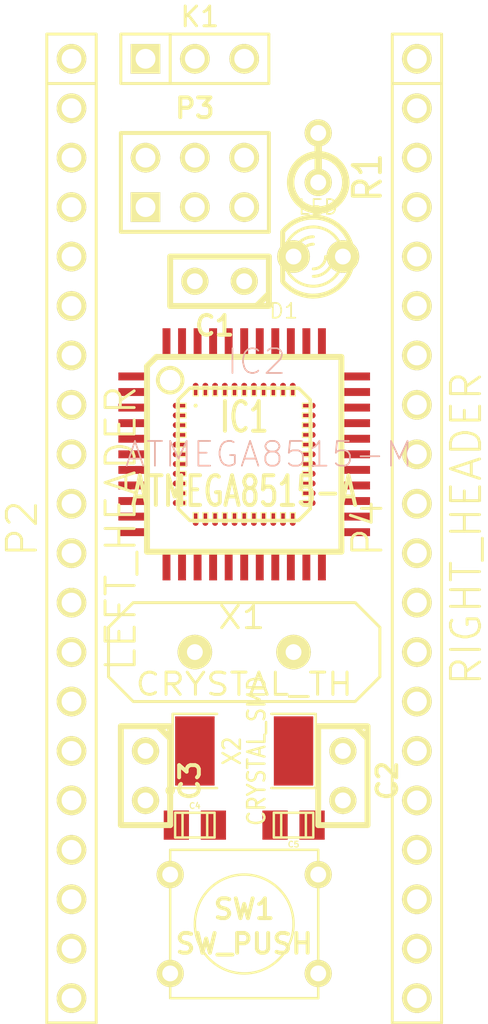
<source format=kicad_pcb>
(kicad_pcb (version 3) (host pcbnew "(2013-mar-13)-testing")

  (general
    (links 110)
    (no_connects 110)
    (area 0 0 0 0)
    (thickness 1.6)
    (drawings 0)
    (tracks 0)
    (zones 0)
    (modules 16)
    (nets 42)
  )

  (page A4)
  (layers
    (15 F.Cu signal)
    (0 B.Cu signal)
    (16 B.Adhes user)
    (17 F.Adhes user)
    (18 B.Paste user)
    (19 F.Paste user)
    (20 B.SilkS user)
    (21 F.SilkS user)
    (22 B.Mask user)
    (23 F.Mask user)
    (24 Dwgs.User user)
    (25 Cmts.User user)
    (26 Eco1.User user)
    (27 Eco2.User user)
    (28 Edge.Cuts user)
  )

  (setup
    (last_trace_width 0.254)
    (trace_clearance 0.254)
    (zone_clearance 0.508)
    (zone_45_only no)
    (trace_min 0.254)
    (segment_width 0.2)
    (edge_width 0.1)
    (via_size 0.889)
    (via_drill 0.635)
    (via_min_size 0.889)
    (via_min_drill 0.508)
    (uvia_size 0.508)
    (uvia_drill 0.127)
    (uvias_allowed no)
    (uvia_min_size 0.508)
    (uvia_min_drill 0.127)
    (pcb_text_width 0.3)
    (pcb_text_size 1.5 1.5)
    (mod_edge_width 0.15)
    (mod_text_size 1 1)
    (mod_text_width 0.15)
    (pad_size 1.524 1.524)
    (pad_drill 1.016)
    (pad_to_mask_clearance 0)
    (aux_axis_origin 0 0)
    (visible_elements FFFFFF7F)
    (pcbplotparams
      (layerselection 3178497)
      (usegerberextensions true)
      (excludeedgelayer true)
      (linewidth 0.150000)
      (plotframeref false)
      (viasonmask false)
      (mode 1)
      (useauxorigin false)
      (hpglpennumber 1)
      (hpglpenspeed 20)
      (hpglpendiameter 15)
      (hpglpenoverlay 2)
      (psnegative false)
      (psa4output false)
      (plotreference true)
      (plotvalue true)
      (plotothertext true)
      (plotinvisibletext false)
      (padsonsilk false)
      (subtractmaskfromsilk false)
      (outputformat 1)
      (mirror false)
      (drillshape 1)
      (scaleselection 1)
      (outputdirectory ""))
  )

  (net 0 "")
  (net 1 GND)
  (net 2 N-0000040)
  (net 3 PA0)
  (net 4 PA1)
  (net 5 PA2)
  (net 6 PA3)
  (net 7 PA4)
  (net 8 PA5)
  (net 9 PA6)
  (net 10 PA7)
  (net 11 PB0)
  (net 12 PB1)
  (net 13 PB2)
  (net 14 PB3)
  (net 15 PB4)
  (net 16 PB5)
  (net 17 PB6)
  (net 18 PB7)
  (net 19 PC0)
  (net 20 PC1)
  (net 21 PC2)
  (net 22 PC3)
  (net 23 PC4)
  (net 24 PC5)
  (net 25 PC6)
  (net 26 PC7)
  (net 27 PD0)
  (net 28 PD1)
  (net 29 PD2)
  (net 30 PD3)
  (net 31 PD4)
  (net 32 PD5)
  (net 33 PD6)
  (net 34 PD7)
  (net 35 PE0)
  (net 36 PE1)
  (net 37 PE2)
  (net 38 RESET)
  (net 39 VCC)
  (net 40 XTAL1)
  (net 41 XTAL2)

  (net_class Default "This is the default net class."
    (clearance 0.254)
    (trace_width 0.254)
    (via_dia 0.889)
    (via_drill 0.635)
    (uvia_dia 0.508)
    (uvia_drill 0.127)
    (add_net "")
    (add_net GND)
    (add_net N-0000040)
    (add_net PA0)
    (add_net PA1)
    (add_net PA2)
    (add_net PA3)
    (add_net PA4)
    (add_net PA5)
    (add_net PA6)
    (add_net PA7)
    (add_net PB0)
    (add_net PB1)
    (add_net PB2)
    (add_net PB3)
    (add_net PB4)
    (add_net PB5)
    (add_net PB6)
    (add_net PB7)
    (add_net PC0)
    (add_net PC1)
    (add_net PC2)
    (add_net PC3)
    (add_net PC4)
    (add_net PC5)
    (add_net PC6)
    (add_net PC7)
    (add_net PD0)
    (add_net PD1)
    (add_net PD2)
    (add_net PD3)
    (add_net PD4)
    (add_net PD5)
    (add_net PD6)
    (add_net PD7)
    (add_net PE0)
    (add_net PE1)
    (add_net PE2)
    (add_net RESET)
    (add_net VCC)
    (add_net XTAL1)
    (add_net XTAL2)
  )

  (module C1 (layer F.Cu) (tedit 3F92C496) (tstamp 54199446)
    (at 144.78 81.28 180)
    (descr "Condensateur e = 1 pas")
    (tags C)
    (path /54186C0A)
    (fp_text reference C1 (at 0.254 -2.286 180) (layer F.SilkS)
      (effects (font (size 1.016 1.016) (thickness 0.2032)))
    )
    (fp_text value C (at 0 -2.286 180) (layer F.SilkS) hide
      (effects (font (size 1.016 1.016) (thickness 0.2032)))
    )
    (fp_line (start -2.4892 -1.27) (end 2.54 -1.27) (layer F.SilkS) (width 0.3048))
    (fp_line (start 2.54 -1.27) (end 2.54 1.27) (layer F.SilkS) (width 0.3048))
    (fp_line (start 2.54 1.27) (end -2.54 1.27) (layer F.SilkS) (width 0.3048))
    (fp_line (start -2.54 1.27) (end -2.54 -1.27) (layer F.SilkS) (width 0.3048))
    (fp_line (start -2.54 -0.635) (end -1.905 -1.27) (layer F.SilkS) (width 0.3048))
    (pad 1 thru_hole circle (at -1.27 0 180) (size 1.397 1.397) (drill 0.8128)
      (layers *.Cu *.Mask F.SilkS)
      (net 39 VCC)
    )
    (pad 2 thru_hole circle (at 1.27 0 180) (size 1.397 1.397) (drill 0.8128)
      (layers *.Cu *.Mask F.SilkS)
      (net 1 GND)
    )
    (model discret/capa_1_pas.wrl
      (at (xyz 0 0 0))
      (scale (xyz 1 1 1))
      (rotate (xyz 0 0 0))
    )
  )

  (module C1 (layer F.Cu) (tedit 3F92C496) (tstamp 54199451)
    (at 151.13 106.68 270)
    (descr "Condensateur e = 1 pas")
    (tags C)
    (path /54186B4B)
    (fp_text reference C2 (at 0.254 -2.286 270) (layer F.SilkS)
      (effects (font (size 1.016 1.016) (thickness 0.2032)))
    )
    (fp_text value CX (at 0 -2.286 270) (layer F.SilkS) hide
      (effects (font (size 1.016 1.016) (thickness 0.2032)))
    )
    (fp_line (start -2.4892 -1.27) (end 2.54 -1.27) (layer F.SilkS) (width 0.3048))
    (fp_line (start 2.54 -1.27) (end 2.54 1.27) (layer F.SilkS) (width 0.3048))
    (fp_line (start 2.54 1.27) (end -2.54 1.27) (layer F.SilkS) (width 0.3048))
    (fp_line (start -2.54 1.27) (end -2.54 -1.27) (layer F.SilkS) (width 0.3048))
    (fp_line (start -2.54 -0.635) (end -1.905 -1.27) (layer F.SilkS) (width 0.3048))
    (pad 1 thru_hole circle (at -1.27 0 270) (size 1.397 1.397) (drill 0.8128)
      (layers *.Cu *.Mask F.SilkS)
      (net 41 XTAL2)
    )
    (pad 2 thru_hole circle (at 1.27 0 270) (size 1.397 1.397) (drill 0.8128)
      (layers *.Cu *.Mask F.SilkS)
      (net 1 GND)
    )
    (model discret/capa_1_pas.wrl
      (at (xyz 0 0 0))
      (scale (xyz 1 1 1))
      (rotate (xyz 0 0 0))
    )
  )

  (module C1 (layer F.Cu) (tedit 3F92C496) (tstamp 5419945C)
    (at 140.97 106.68 270)
    (descr "Condensateur e = 1 pas")
    (tags C)
    (path /54186B33)
    (fp_text reference C3 (at 0.254 -2.286 270) (layer F.SilkS)
      (effects (font (size 1.016 1.016) (thickness 0.2032)))
    )
    (fp_text value CX (at 0 -2.286 270) (layer F.SilkS) hide
      (effects (font (size 1.016 1.016) (thickness 0.2032)))
    )
    (fp_line (start -2.4892 -1.27) (end 2.54 -1.27) (layer F.SilkS) (width 0.3048))
    (fp_line (start 2.54 -1.27) (end 2.54 1.27) (layer F.SilkS) (width 0.3048))
    (fp_line (start 2.54 1.27) (end -2.54 1.27) (layer F.SilkS) (width 0.3048))
    (fp_line (start -2.54 1.27) (end -2.54 -1.27) (layer F.SilkS) (width 0.3048))
    (fp_line (start -2.54 -0.635) (end -1.905 -1.27) (layer F.SilkS) (width 0.3048))
    (pad 1 thru_hole circle (at -1.27 0 270) (size 1.397 1.397) (drill 0.8128)
      (layers *.Cu *.Mask F.SilkS)
      (net 40 XTAL1)
    )
    (pad 2 thru_hole circle (at 1.27 0 270) (size 1.397 1.397) (drill 0.8128)
      (layers *.Cu *.Mask F.SilkS)
      (net 1 GND)
    )
    (model discret/capa_1_pas.wrl
      (at (xyz 0 0 0))
      (scale (xyz 1 1 1))
      (rotate (xyz 0 0 0))
    )
  )

  (module c_0805 (layer F.Cu) (tedit 49047394) (tstamp 54199468)
    (at 143.51 109.22)
    (descr "SMT capacitor, 0805")
    (path /5418EAF3)
    (fp_text reference C4 (at 0 -0.9906) (layer F.SilkS)
      (effects (font (size 0.29972 0.29972) (thickness 0.06096)))
    )
    (fp_text value CX_SMD (at 0 0.9906) (layer F.SilkS) hide
      (effects (font (size 0.29972 0.29972) (thickness 0.06096)))
    )
    (fp_line (start 0.635 -0.635) (end 0.635 0.635) (layer F.SilkS) (width 0.127))
    (fp_line (start -0.635 -0.635) (end -0.635 0.6096) (layer F.SilkS) (width 0.127))
    (fp_line (start -1.016 -0.635) (end 1.016 -0.635) (layer F.SilkS) (width 0.127))
    (fp_line (start 1.016 -0.635) (end 1.016 0.635) (layer F.SilkS) (width 0.127))
    (fp_line (start 1.016 0.635) (end -1.016 0.635) (layer F.SilkS) (width 0.127))
    (fp_line (start -1.016 0.635) (end -1.016 -0.635) (layer F.SilkS) (width 0.127))
    (pad 1 smd rect (at 0.9525 0) (size 1.30048 1.4986)
      (layers F.Cu F.Paste F.Mask)
      (net 41 XTAL2)
    )
    (pad 2 smd rect (at -0.9525 0) (size 1.30048 1.4986)
      (layers F.Cu F.Paste F.Mask)
      (net 1 GND)
    )
    (model smd/capacitors/c_0805.wrl
      (at (xyz 0 0 0))
      (scale (xyz 1 1 1))
      (rotate (xyz 0 0 0))
    )
  )

  (module c_0805 (layer F.Cu) (tedit 49047394) (tstamp 54199474)
    (at 148.59 109.22 180)
    (descr "SMT capacitor, 0805")
    (path /5418E983)
    (fp_text reference C5 (at 0 -0.9906 180) (layer F.SilkS)
      (effects (font (size 0.29972 0.29972) (thickness 0.06096)))
    )
    (fp_text value CX_SMD (at 0 0.9906 180) (layer F.SilkS) hide
      (effects (font (size 0.29972 0.29972) (thickness 0.06096)))
    )
    (fp_line (start 0.635 -0.635) (end 0.635 0.635) (layer F.SilkS) (width 0.127))
    (fp_line (start -0.635 -0.635) (end -0.635 0.6096) (layer F.SilkS) (width 0.127))
    (fp_line (start -1.016 -0.635) (end 1.016 -0.635) (layer F.SilkS) (width 0.127))
    (fp_line (start 1.016 -0.635) (end 1.016 0.635) (layer F.SilkS) (width 0.127))
    (fp_line (start 1.016 0.635) (end -1.016 0.635) (layer F.SilkS) (width 0.127))
    (fp_line (start -1.016 0.635) (end -1.016 -0.635) (layer F.SilkS) (width 0.127))
    (pad 1 smd rect (at 0.9525 0 180) (size 1.30048 1.4986)
      (layers F.Cu F.Paste F.Mask)
      (net 40 XTAL1)
    )
    (pad 2 smd rect (at -0.9525 0 180) (size 1.30048 1.4986)
      (layers F.Cu F.Paste F.Mask)
      (net 1 GND)
    )
    (model smd/capacitors/c_0805.wrl
      (at (xyz 0 0 0))
      (scale (xyz 1 1 1))
      (rotate (xyz 0 0 0))
    )
  )

  (module LED-3MM (layer F.Cu) (tedit 50ADE848) (tstamp 5419948D)
    (at 149.86 80.01 180)
    (descr "LED 3mm - Lead pitch 100mil (2,54mm)")
    (tags "LED led 3mm 3MM 100mil 2,54mm")
    (path /5418EEE7)
    (fp_text reference D1 (at 1.778 -2.794 180) (layer F.SilkS)
      (effects (font (size 0.762 0.762) (thickness 0.0889)))
    )
    (fp_text value LED (at 0 2.54 180) (layer F.SilkS)
      (effects (font (size 0.762 0.762) (thickness 0.0889)))
    )
    (fp_line (start 1.8288 1.27) (end 1.8288 -1.27) (layer F.SilkS) (width 0.254))
    (fp_arc (start 0.254 0) (end -1.27 0) (angle 39.8) (layer F.SilkS) (width 0.1524))
    (fp_arc (start 0.254 0) (end -0.88392 1.01092) (angle 41.6) (layer F.SilkS) (width 0.1524))
    (fp_arc (start 0.254 0) (end 1.4097 -0.9906) (angle 40.6) (layer F.SilkS) (width 0.1524))
    (fp_arc (start 0.254 0) (end 1.778 0) (angle 39.8) (layer F.SilkS) (width 0.1524))
    (fp_arc (start 0.254 0) (end 0.254 -1.524) (angle 54.4) (layer F.SilkS) (width 0.1524))
    (fp_arc (start 0.254 0) (end -0.9652 -0.9144) (angle 53.1) (layer F.SilkS) (width 0.1524))
    (fp_arc (start 0.254 0) (end 1.45542 0.93472) (angle 52.1) (layer F.SilkS) (width 0.1524))
    (fp_arc (start 0.254 0) (end 0.254 1.524) (angle 52.1) (layer F.SilkS) (width 0.1524))
    (fp_arc (start 0.254 0) (end -0.381 0) (angle 90) (layer F.SilkS) (width 0.1524))
    (fp_arc (start 0.254 0) (end -0.762 0) (angle 90) (layer F.SilkS) (width 0.1524))
    (fp_arc (start 0.254 0) (end 0.889 0) (angle 90) (layer F.SilkS) (width 0.1524))
    (fp_arc (start 0.254 0) (end 1.27 0) (angle 90) (layer F.SilkS) (width 0.1524))
    (fp_arc (start 0.254 0) (end 0.254 -2.032) (angle 50.1) (layer F.SilkS) (width 0.254))
    (fp_arc (start 0.254 0) (end -1.5367 -0.95504) (angle 61.9) (layer F.SilkS) (width 0.254))
    (fp_arc (start 0.254 0) (end 1.8034 1.31064) (angle 49.7) (layer F.SilkS) (width 0.254))
    (fp_arc (start 0.254 0) (end 0.254 2.032) (angle 60.2) (layer F.SilkS) (width 0.254))
    (fp_arc (start 0.254 0) (end -1.778 0) (angle 28.3) (layer F.SilkS) (width 0.254))
    (fp_arc (start 0.254 0) (end -1.47574 1.06426) (angle 31.6) (layer F.SilkS) (width 0.254))
    (pad 1 thru_hole circle (at -1.27 0 180) (size 1.6764 1.6764) (drill 0.8128)
      (layers *.Cu *.Mask F.SilkS)
      (net 36 PE1)
    )
    (pad 2 thru_hole circle (at 1.27 0 180) (size 1.6764 1.6764) (drill 0.8128)
      (layers *.Cu *.Mask F.SilkS)
      (net 2 N-0000040)
    )
    (model discret/leds/led3_vertical_verde.wrl
      (at (xyz 0 0 0))
      (scale (xyz 1 1 1))
      (rotate (xyz 0 0 0))
    )
  )

  (module TQFP44 (layer F.Cu) (tedit 200000) (tstamp 541994C3)
    (at 146.05 90.17)
    (path /54187500)
    (attr smd)
    (fp_text reference IC1 (at 0 -1.905) (layer F.SilkS)
      (effects (font (size 1.524 1.016) (thickness 0.2032)))
    )
    (fp_text value ATMEGA8515-A (at 0 1.905) (layer F.SilkS)
      (effects (font (size 1.524 1.016) (thickness 0.2032)))
    )
    (fp_line (start 5.0038 -5.0038) (end 5.0038 5.0038) (layer F.SilkS) (width 0.3048))
    (fp_line (start 5.0038 5.0038) (end -5.0038 5.0038) (layer F.SilkS) (width 0.3048))
    (fp_line (start -5.0038 -4.5212) (end -5.0038 5.0038) (layer F.SilkS) (width 0.3048))
    (fp_line (start -4.5212 -5.0038) (end 5.0038 -5.0038) (layer F.SilkS) (width 0.3048))
    (fp_line (start -5.0038 -4.5212) (end -4.5212 -5.0038) (layer F.SilkS) (width 0.3048))
    (fp_circle (center -3.81 -3.81) (end -3.81 -3.175) (layer F.SilkS) (width 0.2032))
    (pad 39 smd rect (at 0 -5.715) (size 0.4064 1.524)
      (layers F.Cu F.Paste F.Mask)
    )
    (pad 40 smd rect (at -0.8001 -5.715) (size 0.4064 1.524)
      (layers F.Cu F.Paste F.Mask)
      (net 11 PB0)
    )
    (pad 41 smd rect (at -1.6002 -5.715) (size 0.4064 1.524)
      (layers F.Cu F.Paste F.Mask)
      (net 12 PB1)
    )
    (pad 42 smd rect (at -2.4003 -5.715) (size 0.4064 1.524)
      (layers F.Cu F.Paste F.Mask)
      (net 13 PB2)
    )
    (pad 43 smd rect (at -3.2004 -5.715) (size 0.4064 1.524)
      (layers F.Cu F.Paste F.Mask)
      (net 14 PB3)
    )
    (pad 44 smd rect (at -4.0005 -5.715) (size 0.4064 1.524)
      (layers F.Cu F.Paste F.Mask)
      (net 15 PB4)
    )
    (pad 38 smd rect (at 0.8001 -5.715) (size 0.4064 1.524)
      (layers F.Cu F.Paste F.Mask)
      (net 39 VCC)
    )
    (pad 37 smd rect (at 1.6002 -5.715) (size 0.4064 1.524)
      (layers F.Cu F.Paste F.Mask)
      (net 3 PA0)
    )
    (pad 36 smd rect (at 2.4003 -5.715) (size 0.4064 1.524)
      (layers F.Cu F.Paste F.Mask)
      (net 4 PA1)
    )
    (pad 35 smd rect (at 3.2004 -5.715) (size 0.4064 1.524)
      (layers F.Cu F.Paste F.Mask)
      (net 5 PA2)
    )
    (pad 34 smd rect (at 4.0005 -5.715) (size 0.4064 1.524)
      (layers F.Cu F.Paste F.Mask)
      (net 6 PA3)
    )
    (pad 17 smd rect (at 0 5.715) (size 0.4064 1.524)
      (layers F.Cu F.Paste F.Mask)
    )
    (pad 16 smd rect (at -0.8001 5.715) (size 0.4064 1.524)
      (layers F.Cu F.Paste F.Mask)
      (net 1 GND)
    )
    (pad 15 smd rect (at -1.6002 5.715) (size 0.4064 1.524)
      (layers F.Cu F.Paste F.Mask)
      (net 40 XTAL1)
    )
    (pad 14 smd rect (at -2.4003 5.715) (size 0.4064 1.524)
      (layers F.Cu F.Paste F.Mask)
      (net 41 XTAL2)
    )
    (pad 13 smd rect (at -3.2004 5.715) (size 0.4064 1.524)
      (layers F.Cu F.Paste F.Mask)
      (net 34 PD7)
    )
    (pad 12 smd rect (at -4.0005 5.715) (size 0.4064 1.524)
      (layers F.Cu F.Paste F.Mask)
      (net 33 PD6)
    )
    (pad 18 smd rect (at 0.8001 5.715) (size 0.4064 1.524)
      (layers F.Cu F.Paste F.Mask)
      (net 19 PC0)
    )
    (pad 19 smd rect (at 1.6002 5.715) (size 0.4064 1.524)
      (layers F.Cu F.Paste F.Mask)
      (net 20 PC1)
    )
    (pad 20 smd rect (at 2.4003 5.715) (size 0.4064 1.524)
      (layers F.Cu F.Paste F.Mask)
      (net 21 PC2)
    )
    (pad 21 smd rect (at 3.2004 5.715) (size 0.4064 1.524)
      (layers F.Cu F.Paste F.Mask)
      (net 22 PC3)
    )
    (pad 22 smd rect (at 4.0005 5.715) (size 0.4064 1.524)
      (layers F.Cu F.Paste F.Mask)
      (net 23 PC4)
    )
    (pad 6 smd rect (at -5.715 0) (size 1.524 0.4064)
      (layers F.Cu F.Paste F.Mask)
    )
    (pad 28 smd rect (at 5.715 0) (size 1.524 0.4064)
      (layers F.Cu F.Paste F.Mask)
    )
    (pad 7 smd rect (at -5.715 0.8001) (size 1.524 0.4064)
      (layers F.Cu F.Paste F.Mask)
      (net 28 PD1)
    )
    (pad 27 smd rect (at 5.715 0.8001) (size 1.524 0.4064)
      (layers F.Cu F.Paste F.Mask)
      (net 36 PE1)
    )
    (pad 26 smd rect (at 5.715 1.6002) (size 1.524 0.4064)
      (layers F.Cu F.Paste F.Mask)
      (net 37 PE2)
    )
    (pad 8 smd rect (at -5.715 1.6002) (size 1.524 0.4064)
      (layers F.Cu F.Paste F.Mask)
      (net 29 PD2)
    )
    (pad 9 smd rect (at -5.715 2.4003) (size 1.524 0.4064)
      (layers F.Cu F.Paste F.Mask)
      (net 30 PD3)
    )
    (pad 25 smd rect (at 5.715 2.4003) (size 1.524 0.4064)
      (layers F.Cu F.Paste F.Mask)
      (net 26 PC7)
    )
    (pad 24 smd rect (at 5.715 3.2004) (size 1.524 0.4064)
      (layers F.Cu F.Paste F.Mask)
      (net 25 PC6)
    )
    (pad 10 smd rect (at -5.715 3.2004) (size 1.524 0.4064)
      (layers F.Cu F.Paste F.Mask)
      (net 31 PD4)
    )
    (pad 11 smd rect (at -5.715 4.0005) (size 1.524 0.4064)
      (layers F.Cu F.Paste F.Mask)
      (net 32 PD5)
    )
    (pad 23 smd rect (at 5.715 4.0005) (size 1.524 0.4064)
      (layers F.Cu F.Paste F.Mask)
      (net 24 PC5)
    )
    (pad 29 smd rect (at 5.715 -0.8001) (size 1.524 0.4064)
      (layers F.Cu F.Paste F.Mask)
      (net 35 PE0)
    )
    (pad 5 smd rect (at -5.715 -0.8001) (size 1.524 0.4064)
      (layers F.Cu F.Paste F.Mask)
      (net 27 PD0)
    )
    (pad 4 smd rect (at -5.715 -1.6002) (size 1.524 0.4064)
      (layers F.Cu F.Paste F.Mask)
      (net 38 RESET)
    )
    (pad 30 smd rect (at 5.715 -1.6002) (size 1.524 0.4064)
      (layers F.Cu F.Paste F.Mask)
      (net 10 PA7)
    )
    (pad 31 smd rect (at 5.715 -2.4003) (size 1.524 0.4064)
      (layers F.Cu F.Paste F.Mask)
      (net 9 PA6)
    )
    (pad 3 smd rect (at -5.715 -2.4003) (size 1.524 0.4064)
      (layers F.Cu F.Paste F.Mask)
      (net 18 PB7)
    )
    (pad 2 smd rect (at -5.715 -3.2004) (size 1.524 0.4064)
      (layers F.Cu F.Paste F.Mask)
      (net 17 PB6)
    )
    (pad 32 smd rect (at 5.715 -3.2004) (size 1.524 0.4064)
      (layers F.Cu F.Paste F.Mask)
      (net 8 PA5)
    )
    (pad 33 smd rect (at 5.715 -4.0005) (size 1.524 0.4064)
      (layers F.Cu F.Paste F.Mask)
      (net 7 PA4)
    )
    (pad 1 smd rect (at -5.715 -4.0005) (size 1.524 0.4064)
      (layers F.Cu F.Paste F.Mask)
      (net 16 PB5)
    )
  )

  (module PIN_ARRAY_3X1 (layer F.Cu) (tedit 4C1130E0) (tstamp 541994CF)
    (at 143.51 69.85)
    (descr "Connecteur 3 pins")
    (tags "CONN DEV")
    (path /5418FA1D)
    (fp_text reference K1 (at 0.254 -2.159) (layer F.SilkS)
      (effects (font (size 1.016 1.016) (thickness 0.1524)))
    )
    (fp_text value SERIAL (at 0 -2.159) (layer F.SilkS) hide
      (effects (font (size 1.016 1.016) (thickness 0.1524)))
    )
    (fp_line (start -3.81 1.27) (end -3.81 -1.27) (layer F.SilkS) (width 0.1524))
    (fp_line (start -3.81 -1.27) (end 3.81 -1.27) (layer F.SilkS) (width 0.1524))
    (fp_line (start 3.81 -1.27) (end 3.81 1.27) (layer F.SilkS) (width 0.1524))
    (fp_line (start 3.81 1.27) (end -3.81 1.27) (layer F.SilkS) (width 0.1524))
    (fp_line (start -1.27 -1.27) (end -1.27 1.27) (layer F.SilkS) (width 0.1524))
    (pad 1 thru_hole rect (at -2.54 0) (size 1.524 1.524) (drill 1.016)
      (layers *.Cu *.Mask F.SilkS)
      (net 28 PD1)
    )
    (pad 2 thru_hole circle (at 0 0) (size 1.524 1.524) (drill 1.016)
      (layers *.Cu *.Mask F.SilkS)
      (net 27 PD0)
    )
    (pad 3 thru_hole circle (at 2.54 0) (size 1.524 1.524) (drill 1.016)
      (layers *.Cu *.Mask F.SilkS)
      (net 1 GND)
    )
    (model pin_array/pins_array_3x1.wrl
      (at (xyz 0 0 0))
      (scale (xyz 1 1 1))
      (rotate (xyz 0 0 0))
    )
  )

  (module pinarray_20x1 (layer F.Cu) (tedit 541903EC) (tstamp 541994FB)
    (at 137.16 93.98 270)
    (path /54186E9A)
    (fp_text reference P2 (at 0 2.54 270) (layer F.SilkS)
      (effects (font (size 1.5 1.5) (thickness 0.15)))
    )
    (fp_text value LEFT_HEADER (at 0 -2.54 270) (layer F.SilkS)
      (effects (font (size 1.5 1.5) (thickness 0.15)))
    )
    (fp_line (start -22.86 -1.27) (end -22.86 1.27) (layer F.SilkS) (width 0.15))
    (fp_line (start -25.4 -1.27) (end 25.4 -1.27) (layer F.SilkS) (width 0.15))
    (fp_line (start 25.4 -1.27) (end 25.4 1.27) (layer F.SilkS) (width 0.15))
    (fp_line (start 25.4 1.27) (end -25.4 1.27) (layer F.SilkS) (width 0.15))
    (fp_line (start -25.4 1.27) (end -25.4 -1.27) (layer F.SilkS) (width 0.15))
    (pad 1 thru_hole circle (at -24.13 0 270) (size 1.524 1.524) (drill 1.016)
      (layers *.Cu *.Mask F.SilkS)
      (net 11 PB0)
    )
    (pad 2 thru_hole circle (at -21.59 0 270) (size 1.524 1.524) (drill 1.016)
      (layers *.Cu *.Mask F.SilkS)
      (net 12 PB1)
    )
    (pad 3 thru_hole circle (at -19.05 0 270) (size 1.524 1.524) (drill 1.016)
      (layers *.Cu *.Mask F.SilkS)
      (net 13 PB2)
    )
    (pad 4 thru_hole circle (at -16.51 0 270) (size 1.524 1.524) (drill 1.016)
      (layers *.Cu *.Mask F.SilkS)
      (net 14 PB3)
    )
    (pad 5 thru_hole circle (at -13.97 0 270) (size 1.524 1.524) (drill 1.016)
      (layers *.Cu *.Mask F.SilkS)
      (net 15 PB4)
    )
    (pad 6 thru_hole circle (at -11.43 0 270) (size 1.524 1.524) (drill 1.016)
      (layers *.Cu *.Mask F.SilkS)
      (net 16 PB5)
    )
    (pad 7 thru_hole circle (at -8.89 0 270) (size 1.524 1.524) (drill 1.016)
      (layers *.Cu *.Mask F.SilkS)
      (net 17 PB6)
    )
    (pad 8 thru_hole circle (at -6.35 0 270) (size 1.524 1.524) (drill 1.016)
      (layers *.Cu *.Mask F.SilkS)
      (net 18 PB7)
    )
    (pad 9 thru_hole circle (at -3.81 0 270) (size 1.524 1.524) (drill 1.016)
      (layers *.Cu *.Mask F.SilkS)
      (net 38 RESET)
    )
    (pad 10 thru_hole circle (at -1.27 0 270) (size 1.524 1.524) (drill 1.016)
      (layers *.Cu *.Mask F.SilkS)
      (net 27 PD0)
    )
    (pad 11 thru_hole circle (at 1.27 0 270) (size 1.524 1.524) (drill 1.016)
      (layers *.Cu *.Mask F.SilkS)
      (net 28 PD1)
    )
    (pad 12 thru_hole circle (at 3.81 0 270) (size 1.524 1.524) (drill 1.016)
      (layers *.Cu *.Mask F.SilkS)
      (net 29 PD2)
    )
    (pad 13 thru_hole circle (at 6.35 0 270) (size 1.524 1.524) (drill 1.016)
      (layers *.Cu *.Mask F.SilkS)
      (net 30 PD3)
    )
    (pad 14 thru_hole circle (at 8.89 0 270) (size 1.524 1.524) (drill 1.016)
      (layers *.Cu *.Mask F.SilkS)
      (net 31 PD4)
    )
    (pad 15 thru_hole circle (at 11.43 0 270) (size 1.524 1.524) (drill 1.016)
      (layers *.Cu *.Mask F.SilkS)
      (net 32 PD5)
    )
    (pad 16 thru_hole circle (at 13.97 0 270) (size 1.524 1.524) (drill 1.016)
      (layers *.Cu *.Mask F.SilkS)
      (net 33 PD6)
    )
    (pad 17 thru_hole circle (at 16.51 0 270) (size 1.524 1.524) (drill 1.016)
      (layers *.Cu *.Mask F.SilkS)
      (net 34 PD7)
    )
    (pad 18 thru_hole circle (at 19.05 0 270) (size 1.524 1.524) (drill 1.016)
      (layers *.Cu *.Mask F.SilkS)
      (net 41 XTAL2)
    )
    (pad 19 thru_hole circle (at 21.59 0 270) (size 1.524 1.524) (drill 1.016)
      (layers *.Cu *.Mask F.SilkS)
      (net 40 XTAL1)
    )
    (pad 20 thru_hole circle (at 24.13 0 270) (size 1.524 1.524) (drill 1.016)
      (layers *.Cu *.Mask F.SilkS)
      (net 1 GND)
    )
  )

  (module pin_array_3x2 (layer F.Cu) (tedit 42931587) (tstamp 54199509)
    (at 143.51 76.2)
    (descr "Double rangee de contacts 2 x 4 pins")
    (tags CONN)
    (path /5418C01F)
    (fp_text reference P3 (at 0 -3.81) (layer F.SilkS)
      (effects (font (size 1.016 1.016) (thickness 0.2032)))
    )
    (fp_text value CONN_3X2 (at 0 3.81) (layer F.SilkS) hide
      (effects (font (size 1.016 1.016) (thickness 0.2032)))
    )
    (fp_line (start 3.81 2.54) (end -3.81 2.54) (layer F.SilkS) (width 0.2032))
    (fp_line (start -3.81 -2.54) (end 3.81 -2.54) (layer F.SilkS) (width 0.2032))
    (fp_line (start 3.81 -2.54) (end 3.81 2.54) (layer F.SilkS) (width 0.2032))
    (fp_line (start -3.81 2.54) (end -3.81 -2.54) (layer F.SilkS) (width 0.2032))
    (pad 1 thru_hole rect (at -2.54 1.27) (size 1.524 1.524) (drill 1.016)
      (layers *.Cu *.Mask F.SilkS)
      (net 17 PB6)
    )
    (pad 2 thru_hole circle (at -2.54 -1.27) (size 1.524 1.524) (drill 1.016)
      (layers *.Cu *.Mask F.SilkS)
      (net 39 VCC)
    )
    (pad 3 thru_hole circle (at 0 1.27) (size 1.524 1.524) (drill 1.016)
      (layers *.Cu *.Mask F.SilkS)
      (net 18 PB7)
    )
    (pad 4 thru_hole circle (at 0 -1.27) (size 1.524 1.524) (drill 1.016)
      (layers *.Cu *.Mask F.SilkS)
      (net 16 PB5)
    )
    (pad 5 thru_hole circle (at 2.54 1.27) (size 1.524 1.524) (drill 1.016)
      (layers *.Cu *.Mask F.SilkS)
      (net 38 RESET)
    )
    (pad 6 thru_hole circle (at 2.54 -1.27) (size 1.524 1.524) (drill 1.016)
      (layers *.Cu *.Mask F.SilkS)
      (net 1 GND)
    )
    (model pin_array/pins_array_3x2.wrl
      (at (xyz 0 0 0))
      (scale (xyz 1 1 1))
      (rotate (xyz 0 0 0))
    )
  )

  (module pinarray_20x1 (layer F.Cu) (tedit 541903EC) (tstamp 54199526)
    (at 154.94 93.98 270)
    (path /54186E86)
    (fp_text reference P4 (at 0 2.54 270) (layer F.SilkS)
      (effects (font (size 1.5 1.5) (thickness 0.15)))
    )
    (fp_text value RIGHT_HEADER (at 0 -2.54 270) (layer F.SilkS)
      (effects (font (size 1.5 1.5) (thickness 0.15)))
    )
    (fp_line (start -22.86 -1.27) (end -22.86 1.27) (layer F.SilkS) (width 0.15))
    (fp_line (start -25.4 -1.27) (end 25.4 -1.27) (layer F.SilkS) (width 0.15))
    (fp_line (start 25.4 -1.27) (end 25.4 1.27) (layer F.SilkS) (width 0.15))
    (fp_line (start 25.4 1.27) (end -25.4 1.27) (layer F.SilkS) (width 0.15))
    (fp_line (start -25.4 1.27) (end -25.4 -1.27) (layer F.SilkS) (width 0.15))
    (pad 1 thru_hole circle (at -24.13 0 270) (size 1.524 1.524) (drill 1.016)
      (layers *.Cu *.Mask F.SilkS)
      (net 39 VCC)
    )
    (pad 2 thru_hole circle (at -21.59 0 270) (size 1.524 1.524) (drill 1.016)
      (layers *.Cu *.Mask F.SilkS)
      (net 3 PA0)
    )
    (pad 3 thru_hole circle (at -19.05 0 270) (size 1.524 1.524) (drill 1.016)
      (layers *.Cu *.Mask F.SilkS)
      (net 4 PA1)
    )
    (pad 4 thru_hole circle (at -16.51 0 270) (size 1.524 1.524) (drill 1.016)
      (layers *.Cu *.Mask F.SilkS)
      (net 5 PA2)
    )
    (pad 5 thru_hole circle (at -13.97 0 270) (size 1.524 1.524) (drill 1.016)
      (layers *.Cu *.Mask F.SilkS)
      (net 6 PA3)
    )
    (pad 6 thru_hole circle (at -11.43 0 270) (size 1.524 1.524) (drill 1.016)
      (layers *.Cu *.Mask F.SilkS)
      (net 7 PA4)
    )
    (pad 7 thru_hole circle (at -8.89 0 270) (size 1.524 1.524) (drill 1.016)
      (layers *.Cu *.Mask F.SilkS)
      (net 8 PA5)
    )
    (pad 8 thru_hole circle (at -6.35 0 270) (size 1.524 1.524) (drill 1.016)
      (layers *.Cu *.Mask F.SilkS)
      (net 9 PA6)
    )
    (pad 9 thru_hole circle (at -3.81 0 270) (size 1.524 1.524) (drill 1.016)
      (layers *.Cu *.Mask F.SilkS)
      (net 10 PA7)
    )
    (pad 10 thru_hole circle (at -1.27 0 270) (size 1.524 1.524) (drill 1.016)
      (layers *.Cu *.Mask F.SilkS)
      (net 35 PE0)
    )
    (pad 11 thru_hole circle (at 1.27 0 270) (size 1.524 1.524) (drill 1.016)
      (layers *.Cu *.Mask F.SilkS)
      (net 36 PE1)
    )
    (pad 12 thru_hole circle (at 3.81 0 270) (size 1.524 1.524) (drill 1.016)
      (layers *.Cu *.Mask F.SilkS)
      (net 37 PE2)
    )
    (pad 13 thru_hole circle (at 6.35 0 270) (size 1.524 1.524) (drill 1.016)
      (layers *.Cu *.Mask F.SilkS)
      (net 26 PC7)
    )
    (pad 14 thru_hole circle (at 8.89 0 270) (size 1.524 1.524) (drill 1.016)
      (layers *.Cu *.Mask F.SilkS)
      (net 25 PC6)
    )
    (pad 15 thru_hole circle (at 11.43 0 270) (size 1.524 1.524) (drill 1.016)
      (layers *.Cu *.Mask F.SilkS)
      (net 24 PC5)
    )
    (pad 16 thru_hole circle (at 13.97 0 270) (size 1.524 1.524) (drill 1.016)
      (layers *.Cu *.Mask F.SilkS)
      (net 23 PC4)
    )
    (pad 17 thru_hole circle (at 16.51 0 270) (size 1.524 1.524) (drill 1.016)
      (layers *.Cu *.Mask F.SilkS)
      (net 22 PC3)
    )
    (pad 18 thru_hole circle (at 19.05 0 270) (size 1.524 1.524) (drill 1.016)
      (layers *.Cu *.Mask F.SilkS)
      (net 21 PC2)
    )
    (pad 19 thru_hole circle (at 21.59 0 270) (size 1.524 1.524) (drill 1.016)
      (layers *.Cu *.Mask F.SilkS)
      (net 20 PC1)
    )
    (pad 20 thru_hole circle (at 24.13 0 270) (size 1.524 1.524) (drill 1.016)
      (layers *.Cu *.Mask F.SilkS)
      (net 19 PC0)
    )
  )

  (module R1 (layer F.Cu) (tedit 200000) (tstamp 5419952E)
    (at 149.86 74.93 90)
    (descr "Resistance verticale")
    (tags R)
    (path /5418EEF6)
    (autoplace_cost90 10)
    (autoplace_cost180 10)
    (fp_text reference R1 (at -1.016 2.54 90) (layer F.SilkS)
      (effects (font (size 1.397 1.27) (thickness 0.2032)))
    )
    (fp_text value R (at -1.143 2.54 90) (layer F.SilkS) hide
      (effects (font (size 1.397 1.27) (thickness 0.2032)))
    )
    (fp_line (start -1.27 0) (end 1.27 0) (layer F.SilkS) (width 0.381))
    (fp_circle (center -1.27 0) (end -0.635 1.27) (layer F.SilkS) (width 0.381))
    (pad 1 thru_hole circle (at -1.27 0 90) (size 1.397 1.397) (drill 0.8128)
      (layers *.Cu *.Mask F.SilkS)
      (net 2 N-0000040)
    )
    (pad 2 thru_hole circle (at 1.27 0 90) (size 1.397 1.397) (drill 0.8128)
      (layers *.Cu *.Mask F.SilkS)
      (net 1 GND)
    )
    (model discret/verti_resistor.wrl
      (at (xyz 0 0 0))
      (scale (xyz 1 1 1))
      (rotate (xyz 0 0 0))
    )
  )

  (module SW_PUSH_SMALL (layer F.Cu) (tedit 46544DB3) (tstamp 5419953B)
    (at 146.05 114.3)
    (path /54186D3B)
    (fp_text reference SW1 (at 0 -0.762) (layer F.SilkS)
      (effects (font (size 1.016 1.016) (thickness 0.2032)))
    )
    (fp_text value SW_PUSH (at 0 1.016) (layer F.SilkS)
      (effects (font (size 1.016 1.016) (thickness 0.2032)))
    )
    (fp_circle (center 0 0) (end 0 -2.54) (layer F.SilkS) (width 0.127))
    (fp_line (start -3.81 -3.81) (end 3.81 -3.81) (layer F.SilkS) (width 0.127))
    (fp_line (start 3.81 -3.81) (end 3.81 3.81) (layer F.SilkS) (width 0.127))
    (fp_line (start 3.81 3.81) (end -3.81 3.81) (layer F.SilkS) (width 0.127))
    (fp_line (start -3.81 -3.81) (end -3.81 3.81) (layer F.SilkS) (width 0.127))
    (pad 1 thru_hole circle (at 3.81 -2.54) (size 1.397 1.397) (drill 0.8128)
      (layers *.Cu *.Mask F.SilkS)
      (net 1 GND)
    )
    (pad 2 thru_hole circle (at 3.81 2.54) (size 1.397 1.397) (drill 0.8128)
      (layers *.Cu *.Mask F.SilkS)
      (net 38 RESET)
    )
    (pad 1 thru_hole circle (at -3.81 -2.54) (size 1.397 1.397) (drill 0.8128)
      (layers *.Cu *.Mask F.SilkS)
      (net 1 GND)
    )
    (pad 2 thru_hole circle (at -3.81 2.54) (size 1.397 1.397) (drill 0.8128)
      (layers *.Cu *.Mask F.SilkS)
      (net 38 RESET)
    )
  )

  (module HC-18UV (layer F.Cu) (tedit 42899E71) (tstamp 54199549)
    (at 146.05 100.33)
    (descr "Quartz boitier HC-18U vertical")
    (tags "QUARTZ DEV")
    (path /54186AE5)
    (autoplace_cost180 10)
    (fp_text reference X1 (at -0.127 -1.778) (layer F.SilkS)
      (effects (font (size 1.143 1.27) (thickness 0.1524)))
    )
    (fp_text value CRYSTAL_TH (at 0 1.651) (layer F.SilkS)
      (effects (font (size 1.143 1.27) (thickness 0.1524)))
    )
    (fp_line (start -6.985 -1.27) (end -5.715 -2.54) (layer F.SilkS) (width 0.1524))
    (fp_line (start 5.715 -2.54) (end 6.985 -1.27) (layer F.SilkS) (width 0.1524))
    (fp_line (start 6.985 1.27) (end 5.715 2.54) (layer F.SilkS) (width 0.1524))
    (fp_line (start -6.985 1.27) (end -5.715 2.54) (layer F.SilkS) (width 0.1524))
    (fp_line (start -5.715 -2.54) (end 5.715 -2.54) (layer F.SilkS) (width 0.1524))
    (fp_line (start -6.985 -1.27) (end -6.985 1.27) (layer F.SilkS) (width 0.1524))
    (fp_line (start -5.715 2.54) (end 5.715 2.54) (layer F.SilkS) (width 0.1524))
    (fp_line (start 6.985 1.27) (end 6.985 -1.27) (layer F.SilkS) (width 0.1524))
    (pad 1 thru_hole circle (at -2.54 0) (size 1.778 1.778) (drill 0.8128)
      (layers *.Cu *.Mask F.SilkS)
      (net 41 XTAL2)
    )
    (pad 2 thru_hole circle (at 2.54 0) (size 1.778 1.778) (drill 0.8128)
      (layers *.Cu *.Mask F.SilkS)
      (net 40 XTAL1)
    )
    (model discret/crystal_hc18u_vertical.wrl
      (at (xyz 0 0 0))
      (scale (xyz 1 1 1))
      (rotate (xyz 0 0 0))
    )
    (model discret/xtal/crystal_hc18u_vertical.wrl
      (at (xyz 0 0 0))
      (scale (xyz 1 1 1))
      (rotate (xyz 0 0 0))
    )
  )

  (module SM1812L (layer F.Cu) (tedit 3D638E8B) (tstamp 54199556)
    (at 146.05 105.41)
    (tags "CMS SM")
    (path /5418E675)
    (attr smd)
    (fp_text reference X2 (at -0.62992 0 90) (layer F.SilkS)
      (effects (font (size 0.889 0.762) (thickness 0.127)))
    )
    (fp_text value CRYSTAL_SMD (at 0.635 0 90) (layer F.SilkS)
      (effects (font (size 0.889 0.762) (thickness 0.127)))
    )
    (fp_circle (center -3.81 2.032) (end -3.683 1.905) (layer F.SilkS) (width 0.127))
    (fp_line (start 1.397 1.905) (end 3.683 1.905) (layer F.SilkS) (width 0.127))
    (fp_line (start 3.683 1.905) (end 3.683 -1.905) (layer F.SilkS) (width 0.127))
    (fp_line (start 3.683 -1.905) (end 1.397 -1.905) (layer F.SilkS) (width 0.127))
    (fp_line (start -1.397 -1.905) (end -3.683 -1.905) (layer F.SilkS) (width 0.127))
    (fp_line (start -3.683 -1.905) (end -3.683 1.905) (layer F.SilkS) (width 0.127))
    (fp_line (start -3.683 1.905) (end -1.397 1.905) (layer F.SilkS) (width 0.127))
    (pad 1 smd rect (at -2.54 0) (size 2.032 3.556)
      (layers F.Cu F.Paste F.Mask)
      (net 41 XTAL2)
    )
    (pad 2 smd rect (at 2.54 0) (size 2.032 3.556)
      (layers F.Cu F.Paste F.Mask)
      (net 40 XTAL1)
    )
    (model smd/chip_cms.wrl
      (at (xyz 0 0 0))
      (scale (xyz 0.27 0.3 0.3))
      (rotate (xyz 0 0 0))
    )
  )

  (module atmel-MLF44 (layer F.Cu) (tedit 200000) (tstamp 5419F7C5)
    (at 146.05 90.17)
    (descr "44M1 MICRO LEAD FRAME PACKAGE (MLF)")
    (tags "44M1 MICRO LEAD FRAME PACKAGE (MLF)")
    (path /5418A671)
    (attr smd)
    (fp_text reference IC2 (at 0.635 -4.7625) (layer B.SilkS)
      (effects (font (size 1.27 1.27) (thickness 0.0889)))
    )
    (fp_text value ATMEGA8515-M (at 1.27 0) (layer B.SilkS)
      (effects (font (size 1.27 1.27) (thickness 0.0889)))
    )
    (fp_line (start -3.49758 -2.3749) (end -2.99974 -2.3749) (layer F.SilkS) (width 0.06604))
    (fp_line (start -2.99974 -2.3749) (end -2.99974 -2.62382) (layer F.SilkS) (width 0.06604))
    (fp_line (start -3.49758 -2.62382) (end -2.99974 -2.62382) (layer F.SilkS) (width 0.06604))
    (fp_line (start -3.49758 -2.3749) (end -3.49758 -2.62382) (layer F.SilkS) (width 0.06604))
    (fp_line (start -3.49758 -1.87452) (end -2.99974 -1.87452) (layer F.SilkS) (width 0.06604))
    (fp_line (start -2.99974 -1.87452) (end -2.99974 -2.12344) (layer F.SilkS) (width 0.06604))
    (fp_line (start -3.49758 -2.12344) (end -2.99974 -2.12344) (layer F.SilkS) (width 0.06604))
    (fp_line (start -3.49758 -1.87452) (end -3.49758 -2.12344) (layer F.SilkS) (width 0.06604))
    (fp_line (start -3.49758 -1.37414) (end -2.99974 -1.37414) (layer F.SilkS) (width 0.06604))
    (fp_line (start -2.99974 -1.37414) (end -2.99974 -1.62306) (layer F.SilkS) (width 0.06604))
    (fp_line (start -3.49758 -1.62306) (end -2.99974 -1.62306) (layer F.SilkS) (width 0.06604))
    (fp_line (start -3.49758 -1.37414) (end -3.49758 -1.62306) (layer F.SilkS) (width 0.06604))
    (fp_line (start -3.49758 -0.87376) (end -2.99974 -0.87376) (layer F.SilkS) (width 0.06604))
    (fp_line (start -2.99974 -0.87376) (end -2.99974 -1.12268) (layer F.SilkS) (width 0.06604))
    (fp_line (start -3.49758 -1.12268) (end -2.99974 -1.12268) (layer F.SilkS) (width 0.06604))
    (fp_line (start -3.49758 -0.87376) (end -3.49758 -1.12268) (layer F.SilkS) (width 0.06604))
    (fp_line (start -3.49758 -0.37338) (end -2.99974 -0.37338) (layer F.SilkS) (width 0.06604))
    (fp_line (start -2.99974 -0.37338) (end -2.99974 -0.62484) (layer F.SilkS) (width 0.06604))
    (fp_line (start -3.49758 -0.62484) (end -2.99974 -0.62484) (layer F.SilkS) (width 0.06604))
    (fp_line (start -3.49758 -0.37338) (end -3.49758 -0.62484) (layer F.SilkS) (width 0.06604))
    (fp_line (start -3.49758 0.12446) (end -2.99974 0.12446) (layer F.SilkS) (width 0.06604))
    (fp_line (start -2.99974 0.12446) (end -2.99974 -0.12446) (layer F.SilkS) (width 0.06604))
    (fp_line (start -3.49758 -0.12446) (end -2.99974 -0.12446) (layer F.SilkS) (width 0.06604))
    (fp_line (start -3.49758 0.12446) (end -3.49758 -0.12446) (layer F.SilkS) (width 0.06604))
    (fp_line (start -3.49758 0.62484) (end -2.99974 0.62484) (layer F.SilkS) (width 0.06604))
    (fp_line (start -2.99974 0.62484) (end -2.99974 0.37338) (layer F.SilkS) (width 0.06604))
    (fp_line (start -3.49758 0.37338) (end -2.99974 0.37338) (layer F.SilkS) (width 0.06604))
    (fp_line (start -3.49758 0.62484) (end -3.49758 0.37338) (layer F.SilkS) (width 0.06604))
    (fp_line (start -3.49758 1.12268) (end -2.99974 1.12268) (layer F.SilkS) (width 0.06604))
    (fp_line (start -2.99974 1.12268) (end -2.99974 0.87376) (layer F.SilkS) (width 0.06604))
    (fp_line (start -3.49758 0.87376) (end -2.99974 0.87376) (layer F.SilkS) (width 0.06604))
    (fp_line (start -3.49758 1.12268) (end -3.49758 0.87376) (layer F.SilkS) (width 0.06604))
    (fp_line (start -3.49758 1.62306) (end -2.99974 1.62306) (layer F.SilkS) (width 0.06604))
    (fp_line (start -2.99974 1.62306) (end -2.99974 1.37414) (layer F.SilkS) (width 0.06604))
    (fp_line (start -3.49758 1.37414) (end -2.99974 1.37414) (layer F.SilkS) (width 0.06604))
    (fp_line (start -3.49758 1.62306) (end -3.49758 1.37414) (layer F.SilkS) (width 0.06604))
    (fp_line (start -3.49758 2.12344) (end -2.99974 2.12344) (layer F.SilkS) (width 0.06604))
    (fp_line (start -2.99974 2.12344) (end -2.99974 1.87452) (layer F.SilkS) (width 0.06604))
    (fp_line (start -3.49758 1.87452) (end -2.99974 1.87452) (layer F.SilkS) (width 0.06604))
    (fp_line (start -3.49758 2.12344) (end -3.49758 1.87452) (layer F.SilkS) (width 0.06604))
    (fp_line (start -3.49758 2.62382) (end -2.99974 2.62382) (layer F.SilkS) (width 0.06604))
    (fp_line (start -2.99974 2.62382) (end -2.99974 2.3749) (layer F.SilkS) (width 0.06604))
    (fp_line (start -3.49758 2.3749) (end -2.99974 2.3749) (layer F.SilkS) (width 0.06604))
    (fp_line (start -3.49758 2.62382) (end -3.49758 2.3749) (layer F.SilkS) (width 0.06604))
    (fp_line (start -2.62382 3.49758) (end -2.3749 3.49758) (layer F.SilkS) (width 0.06604))
    (fp_line (start -2.3749 3.49758) (end -2.3749 2.99974) (layer F.SilkS) (width 0.06604))
    (fp_line (start -2.62382 2.99974) (end -2.3749 2.99974) (layer F.SilkS) (width 0.06604))
    (fp_line (start -2.62382 3.49758) (end -2.62382 2.99974) (layer F.SilkS) (width 0.06604))
    (fp_line (start -2.12344 3.49758) (end -1.87452 3.49758) (layer F.SilkS) (width 0.06604))
    (fp_line (start -1.87452 3.49758) (end -1.87452 2.99974) (layer F.SilkS) (width 0.06604))
    (fp_line (start -2.12344 2.99974) (end -1.87452 2.99974) (layer F.SilkS) (width 0.06604))
    (fp_line (start -2.12344 3.49758) (end -2.12344 2.99974) (layer F.SilkS) (width 0.06604))
    (fp_line (start -1.62306 3.49758) (end -1.37414 3.49758) (layer F.SilkS) (width 0.06604))
    (fp_line (start -1.37414 3.49758) (end -1.37414 2.99974) (layer F.SilkS) (width 0.06604))
    (fp_line (start -1.62306 2.99974) (end -1.37414 2.99974) (layer F.SilkS) (width 0.06604))
    (fp_line (start -1.62306 3.49758) (end -1.62306 2.99974) (layer F.SilkS) (width 0.06604))
    (fp_line (start -1.12268 3.49758) (end -0.87376 3.49758) (layer F.SilkS) (width 0.06604))
    (fp_line (start -0.87376 3.49758) (end -0.87376 2.99974) (layer F.SilkS) (width 0.06604))
    (fp_line (start -1.12268 2.99974) (end -0.87376 2.99974) (layer F.SilkS) (width 0.06604))
    (fp_line (start -1.12268 3.49758) (end -1.12268 2.99974) (layer F.SilkS) (width 0.06604))
    (fp_line (start -0.62484 3.49758) (end -0.37338 3.49758) (layer F.SilkS) (width 0.06604))
    (fp_line (start -0.37338 3.49758) (end -0.37338 2.99974) (layer F.SilkS) (width 0.06604))
    (fp_line (start -0.62484 2.99974) (end -0.37338 2.99974) (layer F.SilkS) (width 0.06604))
    (fp_line (start -0.62484 3.49758) (end -0.62484 2.99974) (layer F.SilkS) (width 0.06604))
    (fp_line (start -0.12446 3.49758) (end 0.12446 3.49758) (layer F.SilkS) (width 0.06604))
    (fp_line (start 0.12446 3.49758) (end 0.12446 2.99974) (layer F.SilkS) (width 0.06604))
    (fp_line (start -0.12446 2.99974) (end 0.12446 2.99974) (layer F.SilkS) (width 0.06604))
    (fp_line (start -0.12446 3.49758) (end -0.12446 2.99974) (layer F.SilkS) (width 0.06604))
    (fp_line (start 0.37338 3.49758) (end 0.62484 3.49758) (layer F.SilkS) (width 0.06604))
    (fp_line (start 0.62484 3.49758) (end 0.62484 2.99974) (layer F.SilkS) (width 0.06604))
    (fp_line (start 0.37338 2.99974) (end 0.62484 2.99974) (layer F.SilkS) (width 0.06604))
    (fp_line (start 0.37338 3.49758) (end 0.37338 2.99974) (layer F.SilkS) (width 0.06604))
    (fp_line (start 0.87376 3.49758) (end 1.12268 3.49758) (layer F.SilkS) (width 0.06604))
    (fp_line (start 1.12268 3.49758) (end 1.12268 2.99974) (layer F.SilkS) (width 0.06604))
    (fp_line (start 0.87376 2.99974) (end 1.12268 2.99974) (layer F.SilkS) (width 0.06604))
    (fp_line (start 0.87376 3.49758) (end 0.87376 2.99974) (layer F.SilkS) (width 0.06604))
    (fp_line (start 1.37414 3.49758) (end 1.62306 3.49758) (layer F.SilkS) (width 0.06604))
    (fp_line (start 1.62306 3.49758) (end 1.62306 2.99974) (layer F.SilkS) (width 0.06604))
    (fp_line (start 1.37414 2.99974) (end 1.62306 2.99974) (layer F.SilkS) (width 0.06604))
    (fp_line (start 1.37414 3.49758) (end 1.37414 2.99974) (layer F.SilkS) (width 0.06604))
    (fp_line (start 1.87452 3.49758) (end 2.12344 3.49758) (layer F.SilkS) (width 0.06604))
    (fp_line (start 2.12344 3.49758) (end 2.12344 2.99974) (layer F.SilkS) (width 0.06604))
    (fp_line (start 1.87452 2.99974) (end 2.12344 2.99974) (layer F.SilkS) (width 0.06604))
    (fp_line (start 1.87452 3.49758) (end 1.87452 2.99974) (layer F.SilkS) (width 0.06604))
    (fp_line (start 2.3749 3.49758) (end 2.62382 3.49758) (layer F.SilkS) (width 0.06604))
    (fp_line (start 2.62382 3.49758) (end 2.62382 2.99974) (layer F.SilkS) (width 0.06604))
    (fp_line (start 2.3749 2.99974) (end 2.62382 2.99974) (layer F.SilkS) (width 0.06604))
    (fp_line (start 2.3749 3.49758) (end 2.3749 2.99974) (layer F.SilkS) (width 0.06604))
    (fp_line (start 2.99974 2.62382) (end 3.49758 2.62382) (layer F.SilkS) (width 0.06604))
    (fp_line (start 3.49758 2.62382) (end 3.49758 2.3749) (layer F.SilkS) (width 0.06604))
    (fp_line (start 2.99974 2.3749) (end 3.49758 2.3749) (layer F.SilkS) (width 0.06604))
    (fp_line (start 2.99974 2.62382) (end 2.99974 2.3749) (layer F.SilkS) (width 0.06604))
    (fp_line (start 2.99974 2.12344) (end 3.49758 2.12344) (layer F.SilkS) (width 0.06604))
    (fp_line (start 3.49758 2.12344) (end 3.49758 1.87452) (layer F.SilkS) (width 0.06604))
    (fp_line (start 2.99974 1.87452) (end 3.49758 1.87452) (layer F.SilkS) (width 0.06604))
    (fp_line (start 2.99974 2.12344) (end 2.99974 1.87452) (layer F.SilkS) (width 0.06604))
    (fp_line (start 2.99974 1.62306) (end 3.49758 1.62306) (layer F.SilkS) (width 0.06604))
    (fp_line (start 3.49758 1.62306) (end 3.49758 1.37414) (layer F.SilkS) (width 0.06604))
    (fp_line (start 2.99974 1.37414) (end 3.49758 1.37414) (layer F.SilkS) (width 0.06604))
    (fp_line (start 2.99974 1.62306) (end 2.99974 1.37414) (layer F.SilkS) (width 0.06604))
    (fp_line (start 2.99974 1.12268) (end 3.49758 1.12268) (layer F.SilkS) (width 0.06604))
    (fp_line (start 3.49758 1.12268) (end 3.49758 0.87376) (layer F.SilkS) (width 0.06604))
    (fp_line (start 2.99974 0.87376) (end 3.49758 0.87376) (layer F.SilkS) (width 0.06604))
    (fp_line (start 2.99974 1.12268) (end 2.99974 0.87376) (layer F.SilkS) (width 0.06604))
    (fp_line (start 2.99974 0.62484) (end 3.49758 0.62484) (layer F.SilkS) (width 0.06604))
    (fp_line (start 3.49758 0.62484) (end 3.49758 0.37338) (layer F.SilkS) (width 0.06604))
    (fp_line (start 2.99974 0.37338) (end 3.49758 0.37338) (layer F.SilkS) (width 0.06604))
    (fp_line (start 2.99974 0.62484) (end 2.99974 0.37338) (layer F.SilkS) (width 0.06604))
    (fp_line (start 2.99974 0.12446) (end 3.49758 0.12446) (layer F.SilkS) (width 0.06604))
    (fp_line (start 3.49758 0.12446) (end 3.49758 -0.12446) (layer F.SilkS) (width 0.06604))
    (fp_line (start 2.99974 -0.12446) (end 3.49758 -0.12446) (layer F.SilkS) (width 0.06604))
    (fp_line (start 2.99974 0.12446) (end 2.99974 -0.12446) (layer F.SilkS) (width 0.06604))
    (fp_line (start 2.99974 -0.37338) (end 3.49758 -0.37338) (layer F.SilkS) (width 0.06604))
    (fp_line (start 3.49758 -0.37338) (end 3.49758 -0.62484) (layer F.SilkS) (width 0.06604))
    (fp_line (start 2.99974 -0.62484) (end 3.49758 -0.62484) (layer F.SilkS) (width 0.06604))
    (fp_line (start 2.99974 -0.37338) (end 2.99974 -0.62484) (layer F.SilkS) (width 0.06604))
    (fp_line (start 2.99974 -0.87376) (end 3.49758 -0.87376) (layer F.SilkS) (width 0.06604))
    (fp_line (start 3.49758 -0.87376) (end 3.49758 -1.12268) (layer F.SilkS) (width 0.06604))
    (fp_line (start 2.99974 -1.12268) (end 3.49758 -1.12268) (layer F.SilkS) (width 0.06604))
    (fp_line (start 2.99974 -0.87376) (end 2.99974 -1.12268) (layer F.SilkS) (width 0.06604))
    (fp_line (start 2.99974 -1.37414) (end 3.49758 -1.37414) (layer F.SilkS) (width 0.06604))
    (fp_line (start 3.49758 -1.37414) (end 3.49758 -1.62306) (layer F.SilkS) (width 0.06604))
    (fp_line (start 2.99974 -1.62306) (end 3.49758 -1.62306) (layer F.SilkS) (width 0.06604))
    (fp_line (start 2.99974 -1.37414) (end 2.99974 -1.62306) (layer F.SilkS) (width 0.06604))
    (fp_line (start 2.99974 -1.87452) (end 3.49758 -1.87452) (layer F.SilkS) (width 0.06604))
    (fp_line (start 3.49758 -1.87452) (end 3.49758 -2.12344) (layer F.SilkS) (width 0.06604))
    (fp_line (start 2.99974 -2.12344) (end 3.49758 -2.12344) (layer F.SilkS) (width 0.06604))
    (fp_line (start 2.99974 -1.87452) (end 2.99974 -2.12344) (layer F.SilkS) (width 0.06604))
    (fp_line (start 2.99974 -2.3749) (end 3.49758 -2.3749) (layer F.SilkS) (width 0.06604))
    (fp_line (start 3.49758 -2.3749) (end 3.49758 -2.62382) (layer F.SilkS) (width 0.06604))
    (fp_line (start 2.99974 -2.62382) (end 3.49758 -2.62382) (layer F.SilkS) (width 0.06604))
    (fp_line (start 2.99974 -2.3749) (end 2.99974 -2.62382) (layer F.SilkS) (width 0.06604))
    (fp_line (start 2.3749 -2.99974) (end 2.62382 -2.99974) (layer F.SilkS) (width 0.06604))
    (fp_line (start 2.62382 -2.99974) (end 2.62382 -3.49758) (layer F.SilkS) (width 0.06604))
    (fp_line (start 2.3749 -3.49758) (end 2.62382 -3.49758) (layer F.SilkS) (width 0.06604))
    (fp_line (start 2.3749 -2.99974) (end 2.3749 -3.49758) (layer F.SilkS) (width 0.06604))
    (fp_line (start 1.87452 -2.99974) (end 2.12344 -2.99974) (layer F.SilkS) (width 0.06604))
    (fp_line (start 2.12344 -2.99974) (end 2.12344 -3.49758) (layer F.SilkS) (width 0.06604))
    (fp_line (start 1.87452 -3.49758) (end 2.12344 -3.49758) (layer F.SilkS) (width 0.06604))
    (fp_line (start 1.87452 -2.99974) (end 1.87452 -3.49758) (layer F.SilkS) (width 0.06604))
    (fp_line (start 1.37414 -2.99974) (end 1.62306 -2.99974) (layer F.SilkS) (width 0.06604))
    (fp_line (start 1.62306 -2.99974) (end 1.62306 -3.49758) (layer F.SilkS) (width 0.06604))
    (fp_line (start 1.37414 -3.49758) (end 1.62306 -3.49758) (layer F.SilkS) (width 0.06604))
    (fp_line (start 1.37414 -2.99974) (end 1.37414 -3.49758) (layer F.SilkS) (width 0.06604))
    (fp_line (start 0.87376 -2.99974) (end 1.12268 -2.99974) (layer F.SilkS) (width 0.06604))
    (fp_line (start 1.12268 -2.99974) (end 1.12268 -3.49758) (layer F.SilkS) (width 0.06604))
    (fp_line (start 0.87376 -3.49758) (end 1.12268 -3.49758) (layer F.SilkS) (width 0.06604))
    (fp_line (start 0.87376 -2.99974) (end 0.87376 -3.49758) (layer F.SilkS) (width 0.06604))
    (fp_line (start 0.37338 -2.99974) (end 0.62484 -2.99974) (layer F.SilkS) (width 0.06604))
    (fp_line (start 0.62484 -2.99974) (end 0.62484 -3.49758) (layer F.SilkS) (width 0.06604))
    (fp_line (start 0.37338 -3.49758) (end 0.62484 -3.49758) (layer F.SilkS) (width 0.06604))
    (fp_line (start 0.37338 -2.99974) (end 0.37338 -3.49758) (layer F.SilkS) (width 0.06604))
    (fp_line (start -0.12446 -2.99974) (end 0.12446 -2.99974) (layer F.SilkS) (width 0.06604))
    (fp_line (start 0.12446 -2.99974) (end 0.12446 -3.49758) (layer F.SilkS) (width 0.06604))
    (fp_line (start -0.12446 -3.49758) (end 0.12446 -3.49758) (layer F.SilkS) (width 0.06604))
    (fp_line (start -0.12446 -2.99974) (end -0.12446 -3.49758) (layer F.SilkS) (width 0.06604))
    (fp_line (start -0.62484 -2.99974) (end -0.37338 -2.99974) (layer F.SilkS) (width 0.06604))
    (fp_line (start -0.37338 -2.99974) (end -0.37338 -3.49758) (layer F.SilkS) (width 0.06604))
    (fp_line (start -0.62484 -3.49758) (end -0.37338 -3.49758) (layer F.SilkS) (width 0.06604))
    (fp_line (start -0.62484 -2.99974) (end -0.62484 -3.49758) (layer F.SilkS) (width 0.06604))
    (fp_line (start -1.12268 -2.99974) (end -0.87376 -2.99974) (layer F.SilkS) (width 0.06604))
    (fp_line (start -0.87376 -2.99974) (end -0.87376 -3.49758) (layer F.SilkS) (width 0.06604))
    (fp_line (start -1.12268 -3.49758) (end -0.87376 -3.49758) (layer F.SilkS) (width 0.06604))
    (fp_line (start -1.12268 -2.99974) (end -1.12268 -3.49758) (layer F.SilkS) (width 0.06604))
    (fp_line (start -1.62306 -2.99974) (end -1.37414 -2.99974) (layer F.SilkS) (width 0.06604))
    (fp_line (start -1.37414 -2.99974) (end -1.37414 -3.49758) (layer F.SilkS) (width 0.06604))
    (fp_line (start -1.62306 -3.49758) (end -1.37414 -3.49758) (layer F.SilkS) (width 0.06604))
    (fp_line (start -1.62306 -2.99974) (end -1.62306 -3.49758) (layer F.SilkS) (width 0.06604))
    (fp_line (start -2.12344 -2.99974) (end -1.87452 -2.99974) (layer F.SilkS) (width 0.06604))
    (fp_line (start -1.87452 -2.99974) (end -1.87452 -3.49758) (layer F.SilkS) (width 0.06604))
    (fp_line (start -2.12344 -3.49758) (end -1.87452 -3.49758) (layer F.SilkS) (width 0.06604))
    (fp_line (start -2.12344 -2.99974) (end -2.12344 -3.49758) (layer F.SilkS) (width 0.06604))
    (fp_line (start -2.62382 -2.99974) (end -2.3749 -2.99974) (layer F.SilkS) (width 0.06604))
    (fp_line (start -2.3749 -2.99974) (end -2.3749 -3.49758) (layer F.SilkS) (width 0.06604))
    (fp_line (start -2.62382 -3.49758) (end -2.3749 -3.49758) (layer F.SilkS) (width 0.06604))
    (fp_line (start -2.62382 -2.99974) (end -2.62382 -3.49758) (layer F.SilkS) (width 0.06604))
    (fp_line (start -3.39852 -2.79908) (end -2.79908 -3.39852) (layer F.SilkS) (width 0.1778))
    (fp_line (start -2.79908 -3.39852) (end 2.79908 -3.39852) (layer F.SilkS) (width 0.1778))
    (fp_line (start 2.79908 -3.39852) (end 3.39852 -2.79908) (layer F.SilkS) (width 0.1778))
    (fp_line (start 3.39852 -2.79908) (end 3.39852 2.79908) (layer F.SilkS) (width 0.1778))
    (fp_line (start 3.39852 2.79908) (end 2.79908 3.39852) (layer F.SilkS) (width 0.1778))
    (fp_line (start 2.79908 3.39852) (end -2.79908 3.39852) (layer F.SilkS) (width 0.1778))
    (fp_line (start -2.79908 3.39852) (end -3.39852 2.79908) (layer F.SilkS) (width 0.1778))
    (fp_line (start -3.39852 2.79908) (end -3.39852 -2.79908) (layer F.SilkS) (width 0.1778))
    (fp_circle (center -2.5019 -2.5019) (end -2.57556 -2.57556) (layer F.SilkS))
    (pad 1 smd oval (at -3.32486 -2.49936) (size 0.6985 0.29972)
      (layers F.Cu F.Paste F.Mask)
      (net 16 PB5)
    )
    (pad 2 smd oval (at -3.32486 -1.99898) (size 0.6985 0.29972)
      (layers F.Cu F.Paste F.Mask)
      (net 17 PB6)
    )
    (pad 3 smd oval (at -3.32486 -1.4986) (size 0.6985 0.29972)
      (layers F.Cu F.Paste F.Mask)
      (net 18 PB7)
    )
    (pad 4 smd oval (at -3.32486 -0.99822) (size 0.6985 0.29972)
      (layers F.Cu F.Paste F.Mask)
      (net 38 RESET)
    )
    (pad 5 smd oval (at -3.32486 -0.49784) (size 0.6985 0.29972)
      (layers F.Cu F.Paste F.Mask)
      (net 27 PD0)
    )
    (pad 6 smd oval (at -3.32486 0) (size 0.6985 0.29972)
      (layers F.Cu F.Paste F.Mask)
    )
    (pad 7 smd oval (at -3.32486 0.49784) (size 0.6985 0.29972)
      (layers F.Cu F.Paste F.Mask)
      (net 28 PD1)
    )
    (pad 8 smd oval (at -3.32486 0.99822) (size 0.6985 0.29972)
      (layers F.Cu F.Paste F.Mask)
      (net 29 PD2)
    )
    (pad 9 smd oval (at -3.32486 1.4986) (size 0.6985 0.29972)
      (layers F.Cu F.Paste F.Mask)
      (net 30 PD3)
    )
    (pad 10 smd oval (at -3.32486 1.99898) (size 0.6985 0.29972)
      (layers F.Cu F.Paste F.Mask)
      (net 31 PD4)
    )
    (pad 11 smd oval (at -3.32486 2.49936) (size 0.6985 0.29972)
      (layers F.Cu F.Paste F.Mask)
      (net 32 PD5)
    )
    (pad 12 smd oval (at -2.49936 3.32486) (size 0.29972 0.6985)
      (layers F.Cu F.Paste F.Mask)
      (net 33 PD6)
    )
    (pad 13 smd oval (at -1.99898 3.32486) (size 0.29972 0.6985)
      (layers F.Cu F.Paste F.Mask)
      (net 34 PD7)
    )
    (pad 14 smd oval (at -1.4986 3.32486) (size 0.29972 0.6985)
      (layers F.Cu F.Paste F.Mask)
      (net 41 XTAL2)
    )
    (pad 15 smd oval (at -0.99822 3.32486) (size 0.29972 0.6985)
      (layers F.Cu F.Paste F.Mask)
      (net 40 XTAL1)
    )
    (pad 16 smd oval (at -0.49784 3.32486) (size 0.29972 0.6985)
      (layers F.Cu F.Paste F.Mask)
      (net 1 GND)
    )
    (pad 17 smd oval (at 0 3.32486) (size 0.29972 0.6985)
      (layers F.Cu F.Paste F.Mask)
    )
    (pad 18 smd oval (at 0.49784 3.32486) (size 0.29972 0.6985)
      (layers F.Cu F.Paste F.Mask)
      (net 19 PC0)
    )
    (pad 19 smd oval (at 0.99822 3.32486) (size 0.29972 0.6985)
      (layers F.Cu F.Paste F.Mask)
      (net 20 PC1)
    )
    (pad 20 smd oval (at 1.4986 3.32486) (size 0.29972 0.6985)
      (layers F.Cu F.Paste F.Mask)
      (net 21 PC2)
    )
    (pad 21 smd oval (at 1.99898 3.32486) (size 0.29972 0.6985)
      (layers F.Cu F.Paste F.Mask)
      (net 22 PC3)
    )
    (pad 22 smd oval (at 2.49936 3.32486) (size 0.29972 0.6985)
      (layers F.Cu F.Paste F.Mask)
      (net 23 PC4)
    )
    (pad 23 smd oval (at 3.32486 2.49936) (size 0.6985 0.29972)
      (layers F.Cu F.Paste F.Mask)
      (net 24 PC5)
    )
    (pad 24 smd oval (at 3.32486 1.99898) (size 0.6985 0.29972)
      (layers F.Cu F.Paste F.Mask)
      (net 25 PC6)
    )
    (pad 25 smd oval (at 3.32486 1.4986) (size 0.6985 0.29972)
      (layers F.Cu F.Paste F.Mask)
      (net 26 PC7)
    )
    (pad 26 smd oval (at 3.32486 0.99822) (size 0.6985 0.29972)
      (layers F.Cu F.Paste F.Mask)
      (net 37 PE2)
    )
    (pad 27 smd oval (at 3.32486 0.49784) (size 0.6985 0.29972)
      (layers F.Cu F.Paste F.Mask)
      (net 36 PE1)
    )
    (pad 28 smd oval (at 3.32486 0) (size 0.6985 0.29972)
      (layers F.Cu F.Paste F.Mask)
    )
    (pad 29 smd oval (at 3.32486 -0.49784) (size 0.6985 0.29972)
      (layers F.Cu F.Paste F.Mask)
      (net 35 PE0)
    )
    (pad 30 smd oval (at 3.32486 -0.99822) (size 0.6985 0.29972)
      (layers F.Cu F.Paste F.Mask)
      (net 10 PA7)
    )
    (pad 31 smd oval (at 3.32486 -1.4986) (size 0.6985 0.29972)
      (layers F.Cu F.Paste F.Mask)
      (net 9 PA6)
    )
    (pad 32 smd oval (at 3.32486 -1.99898) (size 0.6985 0.29972)
      (layers F.Cu F.Paste F.Mask)
      (net 8 PA5)
    )
    (pad 33 smd oval (at 3.32486 -2.49936) (size 0.6985 0.29972)
      (layers F.Cu F.Paste F.Mask)
      (net 7 PA4)
    )
    (pad 34 smd oval (at 2.49936 -3.32486) (size 0.29972 0.6985)
      (layers F.Cu F.Paste F.Mask)
      (net 6 PA3)
    )
    (pad 35 smd oval (at 1.99898 -3.32486) (size 0.29972 0.6985)
      (layers F.Cu F.Paste F.Mask)
      (net 5 PA2)
    )
    (pad 36 smd oval (at 1.4986 -3.32486) (size 0.29972 0.6985)
      (layers F.Cu F.Paste F.Mask)
      (net 4 PA1)
    )
    (pad 37 smd oval (at 0.99822 -3.32486) (size 0.29972 0.6985)
      (layers F.Cu F.Paste F.Mask)
      (net 3 PA0)
    )
    (pad 38 smd oval (at 0.49784 -3.32486) (size 0.29972 0.6985)
      (layers F.Cu F.Paste F.Mask)
      (net 39 VCC)
    )
    (pad 39 smd oval (at 0 -3.32486) (size 0.29972 0.6985)
      (layers F.Cu F.Paste F.Mask)
    )
    (pad 40 smd oval (at -0.49784 -3.32486) (size 0.29972 0.6985)
      (layers F.Cu F.Paste F.Mask)
      (net 11 PB0)
    )
    (pad 41 smd oval (at -0.99822 -3.32486) (size 0.29972 0.6985)
      (layers F.Cu F.Paste F.Mask)
      (net 12 PB1)
    )
    (pad 42 smd oval (at -1.4986 -3.32486) (size 0.29972 0.6985)
      (layers F.Cu F.Paste F.Mask)
      (net 13 PB2)
    )
    (pad 43 smd oval (at -1.99898 -3.32486) (size 0.29972 0.6985)
      (layers F.Cu F.Paste F.Mask)
      (net 14 PB3)
    )
    (pad 44 smd oval (at -2.49936 -3.32486) (size 0.29972 0.6985)
      (layers F.Cu F.Paste F.Mask)
      (net 15 PB4)
    )
  )

)

</source>
